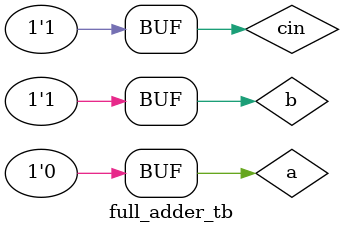
<source format=v>
module full_adder_tb;
  reg a,b,cin;
  wire sum,carry;
  full_adder uut(.a(a),.b(b),.cin(cin),.sum(sum),.carry(carry));
  initial begin
    $monitor("a=%b,b=%b,cin=%b,sum=%b,carry=%b",a,b,cin,sum,carry);
    $dumpfile("waves.vcd");
    $dumpvars();
  end
 
 initial begin
    a=0;b=0;cin=0;#10;
    a=0;b=0;cin=1;#10;
    a=0;b=1;cin=0;#10;
    a=0;b=1;cin=1;#10;
  end
endmodule

</source>
